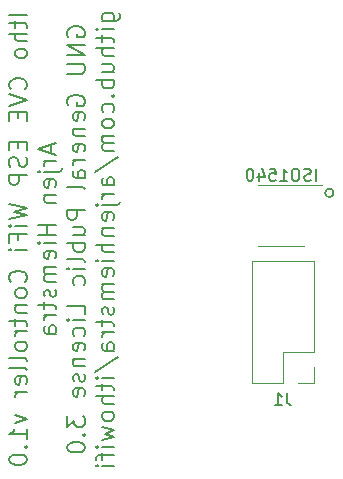
<source format=gbo>
G04 #@! TF.GenerationSoftware,KiCad,Pcbnew,(5.1.5-0-10_14)*
G04 #@! TF.CreationDate,2020-03-02T13:53:31+01:00*
G04 #@! TF.ProjectId,ithowifi,6974686f-7769-4666-992e-6b696361645f,rev?*
G04 #@! TF.SameCoordinates,Original*
G04 #@! TF.FileFunction,Legend,Bot*
G04 #@! TF.FilePolarity,Positive*
%FSLAX46Y46*%
G04 Gerber Fmt 4.6, Leading zero omitted, Abs format (unit mm)*
G04 Created by KiCad (PCBNEW (5.1.5-0-10_14)) date 2020-03-02 13:53:31*
%MOMM*%
%LPD*%
G04 APERTURE LIST*
%ADD10C,0.150000*%
%ADD11C,0.200000*%
%ADD12C,0.120000*%
G04 APERTURE END LIST*
D10*
X125073210Y-123063000D02*
G75*
G03X125073210Y-123063000I-359210J0D01*
G01*
D11*
X99111571Y-108000000D02*
X97611571Y-108000000D01*
X98111571Y-108500000D02*
X98111571Y-109071428D01*
X97611571Y-108714285D02*
X98897285Y-108714285D01*
X99040142Y-108785714D01*
X99111571Y-108928571D01*
X99111571Y-109071428D01*
X99111571Y-109571428D02*
X97611571Y-109571428D01*
X99111571Y-110214285D02*
X98325857Y-110214285D01*
X98183000Y-110142857D01*
X98111571Y-110000000D01*
X98111571Y-109785714D01*
X98183000Y-109642857D01*
X98254428Y-109571428D01*
X99111571Y-111142857D02*
X99040142Y-111000000D01*
X98968714Y-110928571D01*
X98825857Y-110857142D01*
X98397285Y-110857142D01*
X98254428Y-110928571D01*
X98183000Y-111000000D01*
X98111571Y-111142857D01*
X98111571Y-111357142D01*
X98183000Y-111500000D01*
X98254428Y-111571428D01*
X98397285Y-111642857D01*
X98825857Y-111642857D01*
X98968714Y-111571428D01*
X99040142Y-111500000D01*
X99111571Y-111357142D01*
X99111571Y-111142857D01*
X98968714Y-114285714D02*
X99040142Y-114214285D01*
X99111571Y-114000000D01*
X99111571Y-113857142D01*
X99040142Y-113642857D01*
X98897285Y-113500000D01*
X98754428Y-113428571D01*
X98468714Y-113357142D01*
X98254428Y-113357142D01*
X97968714Y-113428571D01*
X97825857Y-113500000D01*
X97683000Y-113642857D01*
X97611571Y-113857142D01*
X97611571Y-114000000D01*
X97683000Y-114214285D01*
X97754428Y-114285714D01*
X97611571Y-114714285D02*
X99111571Y-115214285D01*
X97611571Y-115714285D01*
X98325857Y-116214285D02*
X98325857Y-116714285D01*
X99111571Y-116928571D02*
X99111571Y-116214285D01*
X97611571Y-116214285D01*
X97611571Y-116928571D01*
X98325857Y-118714285D02*
X98325857Y-119214285D01*
X99111571Y-119428571D02*
X99111571Y-118714285D01*
X97611571Y-118714285D01*
X97611571Y-119428571D01*
X99040142Y-120000000D02*
X99111571Y-120214285D01*
X99111571Y-120571428D01*
X99040142Y-120714285D01*
X98968714Y-120785714D01*
X98825857Y-120857142D01*
X98683000Y-120857142D01*
X98540142Y-120785714D01*
X98468714Y-120714285D01*
X98397285Y-120571428D01*
X98325857Y-120285714D01*
X98254428Y-120142857D01*
X98183000Y-120071428D01*
X98040142Y-120000000D01*
X97897285Y-120000000D01*
X97754428Y-120071428D01*
X97683000Y-120142857D01*
X97611571Y-120285714D01*
X97611571Y-120642857D01*
X97683000Y-120857142D01*
X99111571Y-121500000D02*
X97611571Y-121500000D01*
X97611571Y-122071428D01*
X97683000Y-122214285D01*
X97754428Y-122285714D01*
X97897285Y-122357142D01*
X98111571Y-122357142D01*
X98254428Y-122285714D01*
X98325857Y-122214285D01*
X98397285Y-122071428D01*
X98397285Y-121500000D01*
X97611571Y-124000000D02*
X99111571Y-124357142D01*
X98040142Y-124642857D01*
X99111571Y-124928571D01*
X97611571Y-125285714D01*
X99111571Y-125857142D02*
X98111571Y-125857142D01*
X97611571Y-125857142D02*
X97683000Y-125785714D01*
X97754428Y-125857142D01*
X97683000Y-125928571D01*
X97611571Y-125857142D01*
X97754428Y-125857142D01*
X98325857Y-127071428D02*
X98325857Y-126571428D01*
X99111571Y-126571428D02*
X97611571Y-126571428D01*
X97611571Y-127285714D01*
X99111571Y-127857142D02*
X98111571Y-127857142D01*
X97611571Y-127857142D02*
X97683000Y-127785714D01*
X97754428Y-127857142D01*
X97683000Y-127928571D01*
X97611571Y-127857142D01*
X97754428Y-127857142D01*
X98968714Y-130571428D02*
X99040142Y-130500000D01*
X99111571Y-130285714D01*
X99111571Y-130142857D01*
X99040142Y-129928571D01*
X98897285Y-129785714D01*
X98754428Y-129714285D01*
X98468714Y-129642857D01*
X98254428Y-129642857D01*
X97968714Y-129714285D01*
X97825857Y-129785714D01*
X97683000Y-129928571D01*
X97611571Y-130142857D01*
X97611571Y-130285714D01*
X97683000Y-130500000D01*
X97754428Y-130571428D01*
X99111571Y-131428571D02*
X99040142Y-131285714D01*
X98968714Y-131214285D01*
X98825857Y-131142857D01*
X98397285Y-131142857D01*
X98254428Y-131214285D01*
X98183000Y-131285714D01*
X98111571Y-131428571D01*
X98111571Y-131642857D01*
X98183000Y-131785714D01*
X98254428Y-131857142D01*
X98397285Y-131928571D01*
X98825857Y-131928571D01*
X98968714Y-131857142D01*
X99040142Y-131785714D01*
X99111571Y-131642857D01*
X99111571Y-131428571D01*
X98111571Y-132571428D02*
X99111571Y-132571428D01*
X98254428Y-132571428D02*
X98183000Y-132642857D01*
X98111571Y-132785714D01*
X98111571Y-133000000D01*
X98183000Y-133142857D01*
X98325857Y-133214285D01*
X99111571Y-133214285D01*
X98111571Y-133714285D02*
X98111571Y-134285714D01*
X97611571Y-133928571D02*
X98897285Y-133928571D01*
X99040142Y-134000000D01*
X99111571Y-134142857D01*
X99111571Y-134285714D01*
X99111571Y-134785714D02*
X98111571Y-134785714D01*
X98397285Y-134785714D02*
X98254428Y-134857142D01*
X98183000Y-134928571D01*
X98111571Y-135071428D01*
X98111571Y-135214285D01*
X99111571Y-135928571D02*
X99040142Y-135785714D01*
X98968714Y-135714285D01*
X98825857Y-135642857D01*
X98397285Y-135642857D01*
X98254428Y-135714285D01*
X98183000Y-135785714D01*
X98111571Y-135928571D01*
X98111571Y-136142857D01*
X98183000Y-136285714D01*
X98254428Y-136357142D01*
X98397285Y-136428571D01*
X98825857Y-136428571D01*
X98968714Y-136357142D01*
X99040142Y-136285714D01*
X99111571Y-136142857D01*
X99111571Y-135928571D01*
X99111571Y-137285714D02*
X99040142Y-137142857D01*
X98897285Y-137071428D01*
X97611571Y-137071428D01*
X99111571Y-138071428D02*
X99040142Y-137928571D01*
X98897285Y-137857142D01*
X97611571Y-137857142D01*
X99040142Y-139214285D02*
X99111571Y-139071428D01*
X99111571Y-138785714D01*
X99040142Y-138642857D01*
X98897285Y-138571428D01*
X98325857Y-138571428D01*
X98183000Y-138642857D01*
X98111571Y-138785714D01*
X98111571Y-139071428D01*
X98183000Y-139214285D01*
X98325857Y-139285714D01*
X98468714Y-139285714D01*
X98611571Y-138571428D01*
X99111571Y-139928571D02*
X98111571Y-139928571D01*
X98397285Y-139928571D02*
X98254428Y-140000000D01*
X98183000Y-140071428D01*
X98111571Y-140214285D01*
X98111571Y-140357142D01*
X98111571Y-141857142D02*
X99111571Y-142214285D01*
X98111571Y-142571428D01*
X99111571Y-143928571D02*
X99111571Y-143071428D01*
X99111571Y-143500000D02*
X97611571Y-143500000D01*
X97825857Y-143357142D01*
X97968714Y-143214285D01*
X98040142Y-143071428D01*
X98968714Y-144571428D02*
X99040142Y-144642857D01*
X99111571Y-144571428D01*
X99040142Y-144500000D01*
X98968714Y-144571428D01*
X99111571Y-144571428D01*
X97611571Y-145571428D02*
X97611571Y-145714285D01*
X97683000Y-145857142D01*
X97754428Y-145928571D01*
X97897285Y-146000000D01*
X98183000Y-146071428D01*
X98540142Y-146071428D01*
X98825857Y-146000000D01*
X98968714Y-145928571D01*
X99040142Y-145857142D01*
X99111571Y-145714285D01*
X99111571Y-145571428D01*
X99040142Y-145428571D01*
X98968714Y-145357142D01*
X98825857Y-145285714D01*
X98540142Y-145214285D01*
X98183000Y-145214285D01*
X97897285Y-145285714D01*
X97754428Y-145357142D01*
X97683000Y-145428571D01*
X97611571Y-145571428D01*
X101133000Y-118964285D02*
X101133000Y-119678571D01*
X101561571Y-118821428D02*
X100061571Y-119321428D01*
X101561571Y-119821428D01*
X101561571Y-120321428D02*
X100561571Y-120321428D01*
X100847285Y-120321428D02*
X100704428Y-120392857D01*
X100633000Y-120464285D01*
X100561571Y-120607142D01*
X100561571Y-120750000D01*
X100561571Y-121250000D02*
X101847285Y-121250000D01*
X101990142Y-121178571D01*
X102061571Y-121035714D01*
X102061571Y-120964285D01*
X100061571Y-121250000D02*
X100133000Y-121178571D01*
X100204428Y-121250000D01*
X100133000Y-121321428D01*
X100061571Y-121250000D01*
X100204428Y-121250000D01*
X101490142Y-122535714D02*
X101561571Y-122392857D01*
X101561571Y-122107142D01*
X101490142Y-121964285D01*
X101347285Y-121892857D01*
X100775857Y-121892857D01*
X100633000Y-121964285D01*
X100561571Y-122107142D01*
X100561571Y-122392857D01*
X100633000Y-122535714D01*
X100775857Y-122607142D01*
X100918714Y-122607142D01*
X101061571Y-121892857D01*
X100561571Y-123250000D02*
X101561571Y-123250000D01*
X100704428Y-123250000D02*
X100633000Y-123321428D01*
X100561571Y-123464285D01*
X100561571Y-123678571D01*
X100633000Y-123821428D01*
X100775857Y-123892857D01*
X101561571Y-123892857D01*
X101561571Y-125750000D02*
X100061571Y-125750000D01*
X100775857Y-125750000D02*
X100775857Y-126607142D01*
X101561571Y-126607142D02*
X100061571Y-126607142D01*
X101561571Y-127321428D02*
X100561571Y-127321428D01*
X100061571Y-127321428D02*
X100133000Y-127250000D01*
X100204428Y-127321428D01*
X100133000Y-127392857D01*
X100061571Y-127321428D01*
X100204428Y-127321428D01*
X101490142Y-128607142D02*
X101561571Y-128464285D01*
X101561571Y-128178571D01*
X101490142Y-128035714D01*
X101347285Y-127964285D01*
X100775857Y-127964285D01*
X100633000Y-128035714D01*
X100561571Y-128178571D01*
X100561571Y-128464285D01*
X100633000Y-128607142D01*
X100775857Y-128678571D01*
X100918714Y-128678571D01*
X101061571Y-127964285D01*
X101561571Y-129321428D02*
X100561571Y-129321428D01*
X100704428Y-129321428D02*
X100633000Y-129392857D01*
X100561571Y-129535714D01*
X100561571Y-129750000D01*
X100633000Y-129892857D01*
X100775857Y-129964285D01*
X101561571Y-129964285D01*
X100775857Y-129964285D02*
X100633000Y-130035714D01*
X100561571Y-130178571D01*
X100561571Y-130392857D01*
X100633000Y-130535714D01*
X100775857Y-130607142D01*
X101561571Y-130607142D01*
X101490142Y-131250000D02*
X101561571Y-131392857D01*
X101561571Y-131678571D01*
X101490142Y-131821428D01*
X101347285Y-131892857D01*
X101275857Y-131892857D01*
X101133000Y-131821428D01*
X101061571Y-131678571D01*
X101061571Y-131464285D01*
X100990142Y-131321428D01*
X100847285Y-131250000D01*
X100775857Y-131250000D01*
X100633000Y-131321428D01*
X100561571Y-131464285D01*
X100561571Y-131678571D01*
X100633000Y-131821428D01*
X100561571Y-132321428D02*
X100561571Y-132892857D01*
X100061571Y-132535714D02*
X101347285Y-132535714D01*
X101490142Y-132607142D01*
X101561571Y-132750000D01*
X101561571Y-132892857D01*
X101561571Y-133392857D02*
X100561571Y-133392857D01*
X100847285Y-133392857D02*
X100704428Y-133464285D01*
X100633000Y-133535714D01*
X100561571Y-133678571D01*
X100561571Y-133821428D01*
X101561571Y-134964285D02*
X100775857Y-134964285D01*
X100633000Y-134892857D01*
X100561571Y-134750000D01*
X100561571Y-134464285D01*
X100633000Y-134321428D01*
X101490142Y-134964285D02*
X101561571Y-134821428D01*
X101561571Y-134464285D01*
X101490142Y-134321428D01*
X101347285Y-134250000D01*
X101204428Y-134250000D01*
X101061571Y-134321428D01*
X100990142Y-134464285D01*
X100990142Y-134821428D01*
X100918714Y-134964285D01*
X102583000Y-109821428D02*
X102511571Y-109678571D01*
X102511571Y-109464285D01*
X102583000Y-109250000D01*
X102725857Y-109107142D01*
X102868714Y-109035714D01*
X103154428Y-108964285D01*
X103368714Y-108964285D01*
X103654428Y-109035714D01*
X103797285Y-109107142D01*
X103940142Y-109250000D01*
X104011571Y-109464285D01*
X104011571Y-109607142D01*
X103940142Y-109821428D01*
X103868714Y-109892857D01*
X103368714Y-109892857D01*
X103368714Y-109607142D01*
X104011571Y-110535714D02*
X102511571Y-110535714D01*
X104011571Y-111392857D01*
X102511571Y-111392857D01*
X102511571Y-112107142D02*
X103725857Y-112107142D01*
X103868714Y-112178571D01*
X103940142Y-112250000D01*
X104011571Y-112392857D01*
X104011571Y-112678571D01*
X103940142Y-112821428D01*
X103868714Y-112892857D01*
X103725857Y-112964285D01*
X102511571Y-112964285D01*
X102583000Y-115607142D02*
X102511571Y-115464285D01*
X102511571Y-115250000D01*
X102583000Y-115035714D01*
X102725857Y-114892857D01*
X102868714Y-114821428D01*
X103154428Y-114750000D01*
X103368714Y-114750000D01*
X103654428Y-114821428D01*
X103797285Y-114892857D01*
X103940142Y-115035714D01*
X104011571Y-115250000D01*
X104011571Y-115392857D01*
X103940142Y-115607142D01*
X103868714Y-115678571D01*
X103368714Y-115678571D01*
X103368714Y-115392857D01*
X103940142Y-116892857D02*
X104011571Y-116750000D01*
X104011571Y-116464285D01*
X103940142Y-116321428D01*
X103797285Y-116250000D01*
X103225857Y-116250000D01*
X103083000Y-116321428D01*
X103011571Y-116464285D01*
X103011571Y-116750000D01*
X103083000Y-116892857D01*
X103225857Y-116964285D01*
X103368714Y-116964285D01*
X103511571Y-116250000D01*
X103011571Y-117607142D02*
X104011571Y-117607142D01*
X103154428Y-117607142D02*
X103083000Y-117678571D01*
X103011571Y-117821428D01*
X103011571Y-118035714D01*
X103083000Y-118178571D01*
X103225857Y-118250000D01*
X104011571Y-118250000D01*
X103940142Y-119535714D02*
X104011571Y-119392857D01*
X104011571Y-119107142D01*
X103940142Y-118964285D01*
X103797285Y-118892857D01*
X103225857Y-118892857D01*
X103083000Y-118964285D01*
X103011571Y-119107142D01*
X103011571Y-119392857D01*
X103083000Y-119535714D01*
X103225857Y-119607142D01*
X103368714Y-119607142D01*
X103511571Y-118892857D01*
X104011571Y-120250000D02*
X103011571Y-120250000D01*
X103297285Y-120250000D02*
X103154428Y-120321428D01*
X103083000Y-120392857D01*
X103011571Y-120535714D01*
X103011571Y-120678571D01*
X104011571Y-121821428D02*
X103225857Y-121821428D01*
X103083000Y-121750000D01*
X103011571Y-121607142D01*
X103011571Y-121321428D01*
X103083000Y-121178571D01*
X103940142Y-121821428D02*
X104011571Y-121678571D01*
X104011571Y-121321428D01*
X103940142Y-121178571D01*
X103797285Y-121107142D01*
X103654428Y-121107142D01*
X103511571Y-121178571D01*
X103440142Y-121321428D01*
X103440142Y-121678571D01*
X103368714Y-121821428D01*
X104011571Y-122750000D02*
X103940142Y-122607142D01*
X103797285Y-122535714D01*
X102511571Y-122535714D01*
X104011571Y-124464285D02*
X102511571Y-124464285D01*
X102511571Y-125035714D01*
X102583000Y-125178571D01*
X102654428Y-125250000D01*
X102797285Y-125321428D01*
X103011571Y-125321428D01*
X103154428Y-125250000D01*
X103225857Y-125178571D01*
X103297285Y-125035714D01*
X103297285Y-124464285D01*
X103011571Y-126607142D02*
X104011571Y-126607142D01*
X103011571Y-125964285D02*
X103797285Y-125964285D01*
X103940142Y-126035714D01*
X104011571Y-126178571D01*
X104011571Y-126392857D01*
X103940142Y-126535714D01*
X103868714Y-126607142D01*
X104011571Y-127321428D02*
X102511571Y-127321428D01*
X103083000Y-127321428D02*
X103011571Y-127464285D01*
X103011571Y-127750000D01*
X103083000Y-127892857D01*
X103154428Y-127964285D01*
X103297285Y-128035714D01*
X103725857Y-128035714D01*
X103868714Y-127964285D01*
X103940142Y-127892857D01*
X104011571Y-127750000D01*
X104011571Y-127464285D01*
X103940142Y-127321428D01*
X104011571Y-128892857D02*
X103940142Y-128750000D01*
X103797285Y-128678571D01*
X102511571Y-128678571D01*
X104011571Y-129464285D02*
X103011571Y-129464285D01*
X102511571Y-129464285D02*
X102583000Y-129392857D01*
X102654428Y-129464285D01*
X102583000Y-129535714D01*
X102511571Y-129464285D01*
X102654428Y-129464285D01*
X103940142Y-130821428D02*
X104011571Y-130678571D01*
X104011571Y-130392857D01*
X103940142Y-130250000D01*
X103868714Y-130178571D01*
X103725857Y-130107142D01*
X103297285Y-130107142D01*
X103154428Y-130178571D01*
X103083000Y-130250000D01*
X103011571Y-130392857D01*
X103011571Y-130678571D01*
X103083000Y-130821428D01*
X104011571Y-133321428D02*
X104011571Y-132607142D01*
X102511571Y-132607142D01*
X104011571Y-133821428D02*
X103011571Y-133821428D01*
X102511571Y-133821428D02*
X102583000Y-133750000D01*
X102654428Y-133821428D01*
X102583000Y-133892857D01*
X102511571Y-133821428D01*
X102654428Y-133821428D01*
X103940142Y-135178571D02*
X104011571Y-135035714D01*
X104011571Y-134750000D01*
X103940142Y-134607142D01*
X103868714Y-134535714D01*
X103725857Y-134464285D01*
X103297285Y-134464285D01*
X103154428Y-134535714D01*
X103083000Y-134607142D01*
X103011571Y-134750000D01*
X103011571Y-135035714D01*
X103083000Y-135178571D01*
X103940142Y-136392857D02*
X104011571Y-136250000D01*
X104011571Y-135964285D01*
X103940142Y-135821428D01*
X103797285Y-135750000D01*
X103225857Y-135750000D01*
X103083000Y-135821428D01*
X103011571Y-135964285D01*
X103011571Y-136250000D01*
X103083000Y-136392857D01*
X103225857Y-136464285D01*
X103368714Y-136464285D01*
X103511571Y-135750000D01*
X103011571Y-137107142D02*
X104011571Y-137107142D01*
X103154428Y-137107142D02*
X103083000Y-137178571D01*
X103011571Y-137321428D01*
X103011571Y-137535714D01*
X103083000Y-137678571D01*
X103225857Y-137750000D01*
X104011571Y-137750000D01*
X103940142Y-138392857D02*
X104011571Y-138535714D01*
X104011571Y-138821428D01*
X103940142Y-138964285D01*
X103797285Y-139035714D01*
X103725857Y-139035714D01*
X103583000Y-138964285D01*
X103511571Y-138821428D01*
X103511571Y-138607142D01*
X103440142Y-138464285D01*
X103297285Y-138392857D01*
X103225857Y-138392857D01*
X103083000Y-138464285D01*
X103011571Y-138607142D01*
X103011571Y-138821428D01*
X103083000Y-138964285D01*
X103940142Y-140250000D02*
X104011571Y-140107142D01*
X104011571Y-139821428D01*
X103940142Y-139678571D01*
X103797285Y-139607142D01*
X103225857Y-139607142D01*
X103083000Y-139678571D01*
X103011571Y-139821428D01*
X103011571Y-140107142D01*
X103083000Y-140250000D01*
X103225857Y-140321428D01*
X103368714Y-140321428D01*
X103511571Y-139607142D01*
X102511571Y-141964285D02*
X102511571Y-142892857D01*
X103083000Y-142392857D01*
X103083000Y-142607142D01*
X103154428Y-142750000D01*
X103225857Y-142821428D01*
X103368714Y-142892857D01*
X103725857Y-142892857D01*
X103868714Y-142821428D01*
X103940142Y-142750000D01*
X104011571Y-142607142D01*
X104011571Y-142178571D01*
X103940142Y-142035714D01*
X103868714Y-141964285D01*
X103868714Y-143535714D02*
X103940142Y-143607142D01*
X104011571Y-143535714D01*
X103940142Y-143464285D01*
X103868714Y-143535714D01*
X104011571Y-143535714D01*
X102511571Y-144535714D02*
X102511571Y-144678571D01*
X102583000Y-144821428D01*
X102654428Y-144892857D01*
X102797285Y-144964285D01*
X103083000Y-145035714D01*
X103440142Y-145035714D01*
X103725857Y-144964285D01*
X103868714Y-144892857D01*
X103940142Y-144821428D01*
X104011571Y-144678571D01*
X104011571Y-144535714D01*
X103940142Y-144392857D01*
X103868714Y-144321428D01*
X103725857Y-144250000D01*
X103440142Y-144178571D01*
X103083000Y-144178571D01*
X102797285Y-144250000D01*
X102654428Y-144321428D01*
X102583000Y-144392857D01*
X102511571Y-144535714D01*
X105461571Y-108500000D02*
X106675857Y-108500000D01*
X106818714Y-108428571D01*
X106890142Y-108357142D01*
X106961571Y-108214285D01*
X106961571Y-108000000D01*
X106890142Y-107857142D01*
X106390142Y-108500000D02*
X106461571Y-108357142D01*
X106461571Y-108071428D01*
X106390142Y-107928571D01*
X106318714Y-107857142D01*
X106175857Y-107785714D01*
X105747285Y-107785714D01*
X105604428Y-107857142D01*
X105533000Y-107928571D01*
X105461571Y-108071428D01*
X105461571Y-108357142D01*
X105533000Y-108500000D01*
X106461571Y-109214285D02*
X105461571Y-109214285D01*
X104961571Y-109214285D02*
X105033000Y-109142857D01*
X105104428Y-109214285D01*
X105033000Y-109285714D01*
X104961571Y-109214285D01*
X105104428Y-109214285D01*
X105461571Y-109714285D02*
X105461571Y-110285714D01*
X104961571Y-109928571D02*
X106247285Y-109928571D01*
X106390142Y-110000000D01*
X106461571Y-110142857D01*
X106461571Y-110285714D01*
X106461571Y-110785714D02*
X104961571Y-110785714D01*
X106461571Y-111428571D02*
X105675857Y-111428571D01*
X105533000Y-111357142D01*
X105461571Y-111214285D01*
X105461571Y-111000000D01*
X105533000Y-110857142D01*
X105604428Y-110785714D01*
X105461571Y-112785714D02*
X106461571Y-112785714D01*
X105461571Y-112142857D02*
X106247285Y-112142857D01*
X106390142Y-112214285D01*
X106461571Y-112357142D01*
X106461571Y-112571428D01*
X106390142Y-112714285D01*
X106318714Y-112785714D01*
X106461571Y-113500000D02*
X104961571Y-113500000D01*
X105533000Y-113500000D02*
X105461571Y-113642857D01*
X105461571Y-113928571D01*
X105533000Y-114071428D01*
X105604428Y-114142857D01*
X105747285Y-114214285D01*
X106175857Y-114214285D01*
X106318714Y-114142857D01*
X106390142Y-114071428D01*
X106461571Y-113928571D01*
X106461571Y-113642857D01*
X106390142Y-113500000D01*
X106318714Y-114857142D02*
X106390142Y-114928571D01*
X106461571Y-114857142D01*
X106390142Y-114785714D01*
X106318714Y-114857142D01*
X106461571Y-114857142D01*
X106390142Y-116214285D02*
X106461571Y-116071428D01*
X106461571Y-115785714D01*
X106390142Y-115642857D01*
X106318714Y-115571428D01*
X106175857Y-115500000D01*
X105747285Y-115500000D01*
X105604428Y-115571428D01*
X105533000Y-115642857D01*
X105461571Y-115785714D01*
X105461571Y-116071428D01*
X105533000Y-116214285D01*
X106461571Y-117071428D02*
X106390142Y-116928571D01*
X106318714Y-116857142D01*
X106175857Y-116785714D01*
X105747285Y-116785714D01*
X105604428Y-116857142D01*
X105533000Y-116928571D01*
X105461571Y-117071428D01*
X105461571Y-117285714D01*
X105533000Y-117428571D01*
X105604428Y-117500000D01*
X105747285Y-117571428D01*
X106175857Y-117571428D01*
X106318714Y-117500000D01*
X106390142Y-117428571D01*
X106461571Y-117285714D01*
X106461571Y-117071428D01*
X106461571Y-118214285D02*
X105461571Y-118214285D01*
X105604428Y-118214285D02*
X105533000Y-118285714D01*
X105461571Y-118428571D01*
X105461571Y-118642857D01*
X105533000Y-118785714D01*
X105675857Y-118857142D01*
X106461571Y-118857142D01*
X105675857Y-118857142D02*
X105533000Y-118928571D01*
X105461571Y-119071428D01*
X105461571Y-119285714D01*
X105533000Y-119428571D01*
X105675857Y-119500000D01*
X106461571Y-119500000D01*
X104890142Y-121285714D02*
X106818714Y-120000000D01*
X106461571Y-122428571D02*
X105675857Y-122428571D01*
X105533000Y-122357142D01*
X105461571Y-122214285D01*
X105461571Y-121928571D01*
X105533000Y-121785714D01*
X106390142Y-122428571D02*
X106461571Y-122285714D01*
X106461571Y-121928571D01*
X106390142Y-121785714D01*
X106247285Y-121714285D01*
X106104428Y-121714285D01*
X105961571Y-121785714D01*
X105890142Y-121928571D01*
X105890142Y-122285714D01*
X105818714Y-122428571D01*
X106461571Y-123142857D02*
X105461571Y-123142857D01*
X105747285Y-123142857D02*
X105604428Y-123214285D01*
X105533000Y-123285714D01*
X105461571Y-123428571D01*
X105461571Y-123571428D01*
X105461571Y-124071428D02*
X106747285Y-124071428D01*
X106890142Y-124000000D01*
X106961571Y-123857142D01*
X106961571Y-123785714D01*
X104961571Y-124071428D02*
X105033000Y-124000000D01*
X105104428Y-124071428D01*
X105033000Y-124142857D01*
X104961571Y-124071428D01*
X105104428Y-124071428D01*
X106390142Y-125357142D02*
X106461571Y-125214285D01*
X106461571Y-124928571D01*
X106390142Y-124785714D01*
X106247285Y-124714285D01*
X105675857Y-124714285D01*
X105533000Y-124785714D01*
X105461571Y-124928571D01*
X105461571Y-125214285D01*
X105533000Y-125357142D01*
X105675857Y-125428571D01*
X105818714Y-125428571D01*
X105961571Y-124714285D01*
X105461571Y-126071428D02*
X106461571Y-126071428D01*
X105604428Y-126071428D02*
X105533000Y-126142857D01*
X105461571Y-126285714D01*
X105461571Y-126500000D01*
X105533000Y-126642857D01*
X105675857Y-126714285D01*
X106461571Y-126714285D01*
X106461571Y-127428571D02*
X104961571Y-127428571D01*
X106461571Y-128071428D02*
X105675857Y-128071428D01*
X105533000Y-128000000D01*
X105461571Y-127857142D01*
X105461571Y-127642857D01*
X105533000Y-127500000D01*
X105604428Y-127428571D01*
X106461571Y-128785714D02*
X105461571Y-128785714D01*
X104961571Y-128785714D02*
X105033000Y-128714285D01*
X105104428Y-128785714D01*
X105033000Y-128857142D01*
X104961571Y-128785714D01*
X105104428Y-128785714D01*
X106390142Y-130071428D02*
X106461571Y-129928571D01*
X106461571Y-129642857D01*
X106390142Y-129500000D01*
X106247285Y-129428571D01*
X105675857Y-129428571D01*
X105533000Y-129500000D01*
X105461571Y-129642857D01*
X105461571Y-129928571D01*
X105533000Y-130071428D01*
X105675857Y-130142857D01*
X105818714Y-130142857D01*
X105961571Y-129428571D01*
X106461571Y-130785714D02*
X105461571Y-130785714D01*
X105604428Y-130785714D02*
X105533000Y-130857142D01*
X105461571Y-131000000D01*
X105461571Y-131214285D01*
X105533000Y-131357142D01*
X105675857Y-131428571D01*
X106461571Y-131428571D01*
X105675857Y-131428571D02*
X105533000Y-131500000D01*
X105461571Y-131642857D01*
X105461571Y-131857142D01*
X105533000Y-132000000D01*
X105675857Y-132071428D01*
X106461571Y-132071428D01*
X106390142Y-132714285D02*
X106461571Y-132857142D01*
X106461571Y-133142857D01*
X106390142Y-133285714D01*
X106247285Y-133357142D01*
X106175857Y-133357142D01*
X106033000Y-133285714D01*
X105961571Y-133142857D01*
X105961571Y-132928571D01*
X105890142Y-132785714D01*
X105747285Y-132714285D01*
X105675857Y-132714285D01*
X105533000Y-132785714D01*
X105461571Y-132928571D01*
X105461571Y-133142857D01*
X105533000Y-133285714D01*
X105461571Y-133785714D02*
X105461571Y-134357142D01*
X104961571Y-134000000D02*
X106247285Y-134000000D01*
X106390142Y-134071428D01*
X106461571Y-134214285D01*
X106461571Y-134357142D01*
X106461571Y-134857142D02*
X105461571Y-134857142D01*
X105747285Y-134857142D02*
X105604428Y-134928571D01*
X105533000Y-135000000D01*
X105461571Y-135142857D01*
X105461571Y-135285714D01*
X106461571Y-136428571D02*
X105675857Y-136428571D01*
X105533000Y-136357142D01*
X105461571Y-136214285D01*
X105461571Y-135928571D01*
X105533000Y-135785714D01*
X106390142Y-136428571D02*
X106461571Y-136285714D01*
X106461571Y-135928571D01*
X106390142Y-135785714D01*
X106247285Y-135714285D01*
X106104428Y-135714285D01*
X105961571Y-135785714D01*
X105890142Y-135928571D01*
X105890142Y-136285714D01*
X105818714Y-136428571D01*
X104890142Y-138214285D02*
X106818714Y-136928571D01*
X106461571Y-138714285D02*
X105461571Y-138714285D01*
X104961571Y-138714285D02*
X105033000Y-138642857D01*
X105104428Y-138714285D01*
X105033000Y-138785714D01*
X104961571Y-138714285D01*
X105104428Y-138714285D01*
X105461571Y-139214285D02*
X105461571Y-139785714D01*
X104961571Y-139428571D02*
X106247285Y-139428571D01*
X106390142Y-139500000D01*
X106461571Y-139642857D01*
X106461571Y-139785714D01*
X106461571Y-140285714D02*
X104961571Y-140285714D01*
X106461571Y-140928571D02*
X105675857Y-140928571D01*
X105533000Y-140857142D01*
X105461571Y-140714285D01*
X105461571Y-140500000D01*
X105533000Y-140357142D01*
X105604428Y-140285714D01*
X106461571Y-141857142D02*
X106390142Y-141714285D01*
X106318714Y-141642857D01*
X106175857Y-141571428D01*
X105747285Y-141571428D01*
X105604428Y-141642857D01*
X105533000Y-141714285D01*
X105461571Y-141857142D01*
X105461571Y-142071428D01*
X105533000Y-142214285D01*
X105604428Y-142285714D01*
X105747285Y-142357142D01*
X106175857Y-142357142D01*
X106318714Y-142285714D01*
X106390142Y-142214285D01*
X106461571Y-142071428D01*
X106461571Y-141857142D01*
X105461571Y-142857142D02*
X106461571Y-143142857D01*
X105747285Y-143428571D01*
X106461571Y-143714285D01*
X105461571Y-144000000D01*
X106461571Y-144571428D02*
X105461571Y-144571428D01*
X104961571Y-144571428D02*
X105033000Y-144500000D01*
X105104428Y-144571428D01*
X105033000Y-144642857D01*
X104961571Y-144571428D01*
X105104428Y-144571428D01*
X105461571Y-145071428D02*
X105461571Y-145642857D01*
X106461571Y-145285714D02*
X105175857Y-145285714D01*
X105033000Y-145357142D01*
X104961571Y-145500000D01*
X104961571Y-145642857D01*
X106461571Y-146142857D02*
X105461571Y-146142857D01*
X104961571Y-146142857D02*
X105033000Y-146071428D01*
X105104428Y-146142857D01*
X105033000Y-146214285D01*
X104961571Y-146142857D01*
X105104428Y-146142857D01*
D12*
X118177000Y-139125000D02*
X120777000Y-139125000D01*
X118177000Y-139125000D02*
X118177000Y-128845000D01*
X118177000Y-128845000D02*
X123377000Y-128845000D01*
X123377000Y-136525000D02*
X123377000Y-128845000D01*
X120777000Y-136525000D02*
X123377000Y-136525000D01*
X120777000Y-139125000D02*
X120777000Y-136525000D01*
X123377000Y-139125000D02*
X123377000Y-137795000D01*
X122047000Y-139125000D02*
X123377000Y-139125000D01*
X120650000Y-122408000D02*
X124100000Y-122408000D01*
X120650000Y-122408000D02*
X118700000Y-122408000D01*
X120650000Y-127528000D02*
X122600000Y-127528000D01*
X120650000Y-127528000D02*
X118700000Y-127528000D01*
D10*
X121110333Y-140017380D02*
X121110333Y-140731666D01*
X121157952Y-140874523D01*
X121253190Y-140969761D01*
X121396047Y-141017380D01*
X121491285Y-141017380D01*
X120110333Y-141017380D02*
X120681761Y-141017380D01*
X120396047Y-141017380D02*
X120396047Y-140017380D01*
X120491285Y-140160238D01*
X120586523Y-140255476D01*
X120681761Y-140303095D01*
X123554761Y-122020380D02*
X123554761Y-121020380D01*
X123126190Y-121972761D02*
X122983333Y-122020380D01*
X122745238Y-122020380D01*
X122650000Y-121972761D01*
X122602380Y-121925142D01*
X122554761Y-121829904D01*
X122554761Y-121734666D01*
X122602380Y-121639428D01*
X122650000Y-121591809D01*
X122745238Y-121544190D01*
X122935714Y-121496571D01*
X123030952Y-121448952D01*
X123078571Y-121401333D01*
X123126190Y-121306095D01*
X123126190Y-121210857D01*
X123078571Y-121115619D01*
X123030952Y-121068000D01*
X122935714Y-121020380D01*
X122697619Y-121020380D01*
X122554761Y-121068000D01*
X121935714Y-121020380D02*
X121745238Y-121020380D01*
X121650000Y-121068000D01*
X121554761Y-121163238D01*
X121507142Y-121353714D01*
X121507142Y-121687047D01*
X121554761Y-121877523D01*
X121650000Y-121972761D01*
X121745238Y-122020380D01*
X121935714Y-122020380D01*
X122030952Y-121972761D01*
X122126190Y-121877523D01*
X122173809Y-121687047D01*
X122173809Y-121353714D01*
X122126190Y-121163238D01*
X122030952Y-121068000D01*
X121935714Y-121020380D01*
X120554761Y-122020380D02*
X121126190Y-122020380D01*
X120840476Y-122020380D02*
X120840476Y-121020380D01*
X120935714Y-121163238D01*
X121030952Y-121258476D01*
X121126190Y-121306095D01*
X119650000Y-121020380D02*
X120126190Y-121020380D01*
X120173809Y-121496571D01*
X120126190Y-121448952D01*
X120030952Y-121401333D01*
X119792857Y-121401333D01*
X119697619Y-121448952D01*
X119650000Y-121496571D01*
X119602380Y-121591809D01*
X119602380Y-121829904D01*
X119650000Y-121925142D01*
X119697619Y-121972761D01*
X119792857Y-122020380D01*
X120030952Y-122020380D01*
X120126190Y-121972761D01*
X120173809Y-121925142D01*
X118745238Y-121353714D02*
X118745238Y-122020380D01*
X118983333Y-120972761D02*
X119221428Y-121687047D01*
X118602380Y-121687047D01*
X118030952Y-121020380D02*
X117935714Y-121020380D01*
X117840476Y-121068000D01*
X117792857Y-121115619D01*
X117745238Y-121210857D01*
X117697619Y-121401333D01*
X117697619Y-121639428D01*
X117745238Y-121829904D01*
X117792857Y-121925142D01*
X117840476Y-121972761D01*
X117935714Y-122020380D01*
X118030952Y-122020380D01*
X118126190Y-121972761D01*
X118173809Y-121925142D01*
X118221428Y-121829904D01*
X118269047Y-121639428D01*
X118269047Y-121401333D01*
X118221428Y-121210857D01*
X118173809Y-121115619D01*
X118126190Y-121068000D01*
X118030952Y-121020380D01*
M02*

</source>
